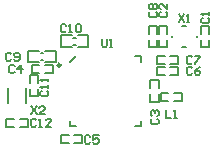
<source format=gto>
G04 Layer_Color=65535*
%FSLAX24Y24*%
%MOIN*%
G70*
G01*
G75*
%ADD20C,0.0060*%
%ADD29C,0.0098*%
%ADD30C,0.0079*%
D20*
X3067Y1786D02*
Y1834D01*
X2579Y1464D02*
X2705D01*
X2216Y1786D02*
Y1834D01*
X2579Y2157D02*
X2705D01*
X2564Y-338D02*
Y-62D01*
X1856Y-338D02*
Y-62D01*
X2112D01*
X2308D02*
X2564D01*
X1856Y-338D02*
X2112D01*
X2308D02*
X2564D01*
X-3294Y-922D02*
X-3038D01*
X-2842D02*
X-2586D01*
X-3294Y-1198D02*
X-3038D01*
X-2842D02*
X-2586D01*
Y-922D01*
X-3294Y-1198D02*
Y-922D01*
X-2518Y-174D02*
Y82D01*
Y278D02*
Y534D01*
X-2242Y-174D02*
Y82D01*
Y278D02*
Y534D01*
X-2518D02*
X-2242D01*
X-2518Y-174D02*
X-2242D01*
X-920Y1463D02*
X-556D01*
X-1481D02*
X-1117D01*
X-920Y1857D02*
X-556D01*
X-1481D02*
X-1117D01*
X-1481Y1463D02*
Y1857D01*
X-556Y1463D02*
Y1857D01*
X-2563Y1347D02*
X-2198D01*
X-2002D02*
X-1637D01*
X-2563Y953D02*
X-2198D01*
X-2002D02*
X-1637D01*
Y1347D01*
X-2563Y953D02*
Y1347D01*
X1729Y1908D02*
Y2164D01*
Y1456D02*
Y1712D01*
X1454Y1908D02*
Y2164D01*
Y1456D02*
Y1712D01*
Y1456D02*
X1729D01*
X1454Y2164D02*
X1729D01*
X2178Y892D02*
X2434D01*
X1726D02*
X1982D01*
X2178Y1168D02*
X2434D01*
X1726D02*
X1982D01*
X1726Y892D02*
Y1168D01*
X2434Y892D02*
Y1168D01*
X1726Y818D02*
X1982D01*
X2178D02*
X2434D01*
X1726Y542D02*
X1982D01*
X2178D02*
X2434D01*
Y818D01*
X1726Y542D02*
Y818D01*
X-1474Y-1472D02*
X-1218D01*
X-1022D02*
X-766D01*
X-1474Y-1748D02*
X-1218D01*
X-1022D02*
X-766D01*
Y-1472D01*
X-1474Y-1748D02*
Y-1472D01*
X-2454Y878D02*
X-2198D01*
X-2002D02*
X-1746D01*
X-2454Y602D02*
X-2198D01*
X-2002D02*
X-1746D01*
Y878D01*
X-2454Y602D02*
Y878D01*
X1512Y-354D02*
Y-98D01*
Y98D02*
Y354D01*
X1788Y-354D02*
Y-98D01*
Y98D02*
Y354D01*
X1512D02*
X1788D01*
X1512Y-354D02*
X1788D01*
X2079Y1908D02*
Y2164D01*
Y1456D02*
Y1712D01*
X1804Y1908D02*
Y2164D01*
Y1456D02*
Y1712D01*
Y1456D02*
X2079D01*
X1804Y2164D02*
X2079D01*
X3204Y1456D02*
Y1712D01*
Y1909D02*
Y2164D01*
X3479Y1456D02*
Y1712D01*
Y1909D02*
Y2164D01*
X3204D02*
X3479D01*
X3204Y1456D02*
X3479D01*
X-1299Y2185D02*
X-1344Y2230D01*
X-1433D01*
X-1478Y2185D01*
Y2005D01*
X-1433Y1960D01*
X-1344D01*
X-1299Y2005D01*
X-1209Y1960D02*
X-1119D01*
X-1164D01*
Y2230D01*
X-1209Y2185D01*
X-984D02*
X-939Y2230D01*
X-849D01*
X-804Y2185D01*
Y2005D01*
X-849Y1960D01*
X-939D01*
X-984Y2005D01*
Y2185D01*
X-2116Y11D02*
X-2161Y-34D01*
Y-124D01*
X-2116Y-169D01*
X-1936D01*
X-1891Y-124D01*
Y-34D01*
X-1936Y11D01*
X-1891Y101D02*
Y191D01*
Y146D01*
X-2161D01*
X-2116Y101D01*
X-1891Y326D02*
Y416D01*
Y371D01*
X-2161D01*
X-2116Y326D01*
X-2290Y-965D02*
X-2335Y-920D01*
X-2425D01*
X-2470Y-965D01*
Y-1145D01*
X-2425Y-1190D01*
X-2335D01*
X-2290Y-1145D01*
X-2200Y-1190D02*
X-2110D01*
X-2155D01*
Y-920D01*
X-2200Y-965D01*
X-1795Y-1190D02*
X-1975D01*
X-1795Y-1010D01*
Y-965D01*
X-1840Y-920D01*
X-1930D01*
X-1975Y-965D01*
X-2460Y-510D02*
X-2280Y-780D01*
Y-510D02*
X-2460Y-780D01*
X-2010D02*
X-2190D01*
X-2010Y-600D01*
Y-555D01*
X-2055Y-510D01*
X-2145D01*
X-2190Y-555D01*
X1562Y-918D02*
X1518Y-963D01*
Y-1053D01*
X1562Y-1098D01*
X1742D01*
X1787Y-1053D01*
Y-963D01*
X1742Y-918D01*
X1562Y-828D02*
X1518Y-783D01*
Y-693D01*
X1562Y-648D01*
X1607D01*
X1652Y-693D01*
Y-738D01*
Y-693D01*
X1697Y-648D01*
X1742D01*
X1787Y-693D01*
Y-783D01*
X1742Y-828D01*
X2027Y-628D02*
Y-898D01*
X2207D01*
X2297D02*
X2387D01*
X2342D01*
Y-628D01*
X2297Y-673D01*
X-120Y1750D02*
Y1525D01*
X-75Y1480D01*
X15D01*
X60Y1525D01*
Y1750D01*
X150Y1480D02*
X240D01*
X195D01*
Y1750D01*
X150Y1705D01*
X1854Y2635D02*
X1809Y2590D01*
Y2500D01*
X1854Y2455D01*
X2034D01*
X2079Y2500D01*
Y2590D01*
X2034Y2635D01*
X2079Y2905D02*
Y2725D01*
X1899Y2905D01*
X1854D01*
X1809Y2860D01*
Y2770D01*
X1854Y2725D01*
X2907Y770D02*
X2862Y815D01*
X2772D01*
X2728Y770D01*
Y590D01*
X2772Y545D01*
X2862D01*
X2907Y590D01*
X3177Y815D02*
X3087Y770D01*
X2997Y680D01*
Y590D01*
X3042Y545D01*
X3132D01*
X3177Y590D01*
Y635D01*
X3132Y680D01*
X2997D01*
X-3123Y1237D02*
X-3168Y1282D01*
X-3258D01*
X-3303Y1237D01*
Y1057D01*
X-3258Y1012D01*
X-3168D01*
X-3123Y1057D01*
X-3033D02*
X-2988Y1012D01*
X-2898D01*
X-2853Y1057D01*
Y1237D01*
X-2898Y1282D01*
X-2988D01*
X-3033Y1237D01*
Y1192D01*
X-2988Y1147D01*
X-2853D01*
X1504Y2635D02*
X1459Y2590D01*
Y2500D01*
X1504Y2455D01*
X1684D01*
X1729Y2500D01*
Y2590D01*
X1684Y2635D01*
X1504Y2725D02*
X1459Y2770D01*
Y2860D01*
X1504Y2905D01*
X1549D01*
X1594Y2860D01*
X1639Y2905D01*
X1684D01*
X1729Y2860D01*
Y2770D01*
X1684Y2725D01*
X1639D01*
X1594Y2770D01*
X1549Y2725D01*
X1504D01*
X1594Y2770D02*
Y2860D01*
X2452Y2560D02*
X2631Y2290D01*
Y2560D02*
X2452Y2290D01*
X2721D02*
X2811D01*
X2766D01*
Y2560D01*
X2721Y2515D01*
X3247Y2440D02*
X3202Y2395D01*
Y2305D01*
X3247Y2260D01*
X3427D01*
X3472Y2305D01*
Y2395D01*
X3427Y2440D01*
X3472Y2530D02*
Y2620D01*
Y2575D01*
X3202D01*
X3247Y2530D01*
X2907Y1120D02*
X2862Y1165D01*
X2772D01*
X2728Y1120D01*
Y940D01*
X2772Y895D01*
X2862D01*
X2907Y940D01*
X2997Y1165D02*
X3177D01*
Y1120D01*
X2997Y940D01*
Y895D01*
X-490Y-1525D02*
X-535Y-1480D01*
X-625D01*
X-670Y-1525D01*
Y-1705D01*
X-625Y-1750D01*
X-535D01*
X-490Y-1705D01*
X-220Y-1480D02*
X-400D01*
Y-1615D01*
X-310Y-1570D01*
X-265D01*
X-220Y-1615D01*
Y-1705D01*
X-265Y-1750D01*
X-355D01*
X-400Y-1705D01*
X-3013Y827D02*
X-3058Y872D01*
X-3148D01*
X-3193Y827D01*
Y647D01*
X-3148Y602D01*
X-3058D01*
X-3013Y647D01*
X-2788Y602D02*
Y872D01*
X-2923Y737D01*
X-2743D01*
D29*
X-1486Y866D02*
G03*
X-1486Y866I-49J0D01*
G01*
D30*
X-2645Y-386D02*
Y86D01*
X-3235Y-386D02*
Y86D01*
X-1181Y-1181D02*
Y-984D01*
Y-1181D02*
X-984D01*
X984D02*
X1181D01*
Y-984D01*
Y984D02*
Y1181D01*
X984D02*
X1181D01*
X-1181Y984D02*
X-984Y1181D01*
X-1058Y1542D02*
X-979D01*
X-1058Y1778D02*
X-979D01*
X-2139Y1268D02*
X-2061D01*
X-2139Y1032D02*
X-2061D01*
M02*

</source>
